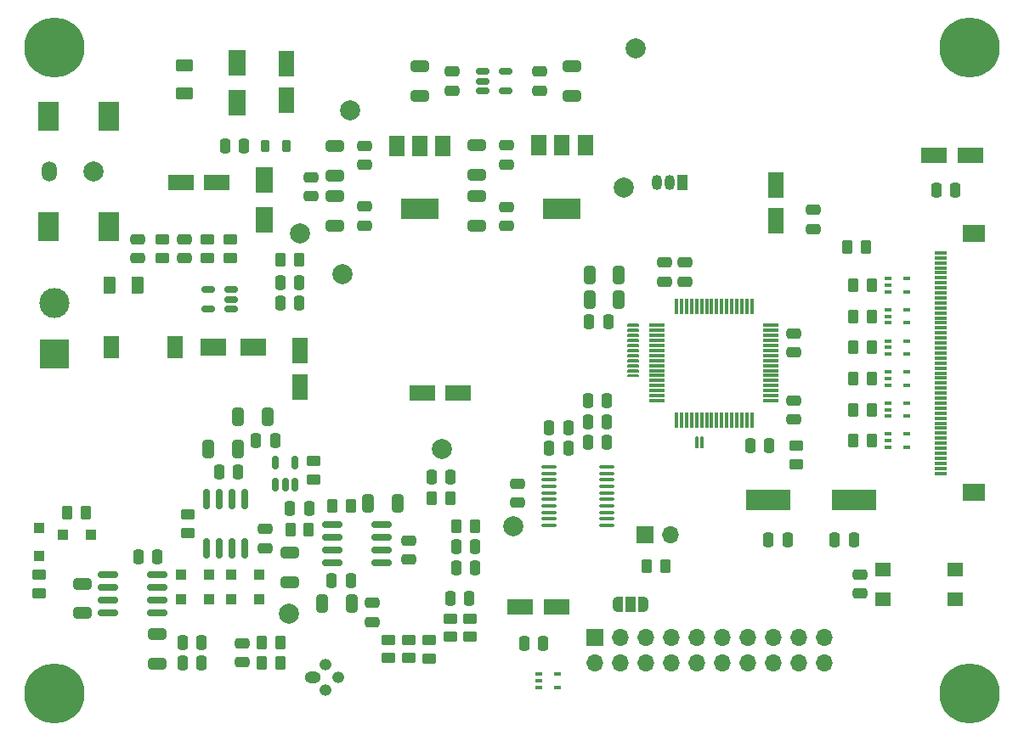
<source format=gbr>
%TF.GenerationSoftware,KiCad,Pcbnew,(6.0.8)*%
%TF.CreationDate,2023-04-21T14:35:49+02:00*%
%TF.ProjectId,Thermometer_IR_v2,54686572-6d6f-46d6-9574-65725f49525f,rev?*%
%TF.SameCoordinates,Original*%
%TF.FileFunction,Soldermask,Top*%
%TF.FilePolarity,Negative*%
%FSLAX46Y46*%
G04 Gerber Fmt 4.6, Leading zero omitted, Abs format (unit mm)*
G04 Created by KiCad (PCBNEW (6.0.8)) date 2023-04-21 14:35:49*
%MOMM*%
%LPD*%
G01*
G04 APERTURE LIST*
G04 Aperture macros list*
%AMRoundRect*
0 Rectangle with rounded corners*
0 $1 Rounding radius*
0 $2 $3 $4 $5 $6 $7 $8 $9 X,Y pos of 4 corners*
0 Add a 4 corners polygon primitive as box body*
4,1,4,$2,$3,$4,$5,$6,$7,$8,$9,$2,$3,0*
0 Add four circle primitives for the rounded corners*
1,1,$1+$1,$2,$3*
1,1,$1+$1,$4,$5*
1,1,$1+$1,$6,$7*
1,1,$1+$1,$8,$9*
0 Add four rect primitives between the rounded corners*
20,1,$1+$1,$2,$3,$4,$5,0*
20,1,$1+$1,$4,$5,$6,$7,0*
20,1,$1+$1,$6,$7,$8,$9,0*
20,1,$1+$1,$8,$9,$2,$3,0*%
%AMFreePoly0*
4,1,22,0.550000,-0.750000,0.000000,-0.750000,0.000000,-0.745033,-0.079941,-0.743568,-0.215256,-0.701293,-0.333266,-0.622738,-0.424486,-0.514219,-0.481581,-0.384460,-0.499164,-0.250000,-0.500000,-0.250000,-0.500000,0.250000,-0.499164,0.250000,-0.499963,0.256109,-0.478152,0.396186,-0.417904,0.524511,-0.324060,0.630769,-0.204165,0.706417,-0.067858,0.745374,0.000000,0.744959,0.000000,0.750000,
0.550000,0.750000,0.550000,-0.750000,0.550000,-0.750000,$1*%
%AMFreePoly1*
4,1,20,0.000000,0.744959,0.073905,0.744508,0.209726,0.703889,0.328688,0.626782,0.421226,0.519385,0.479903,0.390333,0.500000,0.250000,0.500000,-0.250000,0.499851,-0.262216,0.476331,-0.402017,0.414519,-0.529596,0.319384,-0.634700,0.198574,-0.708877,0.061801,-0.746166,0.000000,-0.745033,0.000000,-0.750000,-0.550000,-0.750000,-0.550000,0.750000,0.000000,0.750000,0.000000,0.744959,
0.000000,0.744959,$1*%
G04 Aperture macros list end*
%ADD10C,0.150000*%
%ADD11RoundRect,0.250000X0.450000X-0.262500X0.450000X0.262500X-0.450000X0.262500X-0.450000X-0.262500X0*%
%ADD12RoundRect,0.250000X-0.250000X-0.475000X0.250000X-0.475000X0.250000X0.475000X-0.250000X0.475000X0*%
%ADD13RoundRect,0.250000X-0.650000X0.325000X-0.650000X-0.325000X0.650000X-0.325000X0.650000X0.325000X0*%
%ADD14RoundRect,0.250000X0.262500X0.450000X-0.262500X0.450000X-0.262500X-0.450000X0.262500X-0.450000X0*%
%ADD15RoundRect,0.250000X-0.475000X0.250000X-0.475000X-0.250000X0.475000X-0.250000X0.475000X0.250000X0*%
%ADD16RoundRect,0.218750X-0.218750X-0.381250X0.218750X-0.381250X0.218750X0.381250X-0.218750X0.381250X0*%
%ADD17RoundRect,0.250000X-0.375000X-0.625000X0.375000X-0.625000X0.375000X0.625000X-0.375000X0.625000X0*%
%ADD18RoundRect,0.250000X0.250000X0.475000X-0.250000X0.475000X-0.250000X-0.475000X0.250000X-0.475000X0*%
%ADD19R,1.700000X1.700000*%
%ADD20O,1.700000X1.700000*%
%ADD21RoundRect,0.250000X-0.450000X0.262500X-0.450000X-0.262500X0.450000X-0.262500X0.450000X0.262500X0*%
%ADD22R,0.650000X0.400000*%
%ADD23RoundRect,0.250000X0.325000X0.650000X-0.325000X0.650000X-0.325000X-0.650000X0.325000X-0.650000X0*%
%ADD24RoundRect,0.250000X0.475000X-0.250000X0.475000X0.250000X-0.475000X0.250000X-0.475000X-0.250000X0*%
%ADD25RoundRect,0.150000X-0.825000X-0.150000X0.825000X-0.150000X0.825000X0.150000X-0.825000X0.150000X0*%
%ADD26RoundRect,0.250000X-0.262500X-0.450000X0.262500X-0.450000X0.262500X0.450000X-0.262500X0.450000X0*%
%ADD27RoundRect,0.250000X0.550000X-1.050000X0.550000X1.050000X-0.550000X1.050000X-0.550000X-1.050000X0*%
%ADD28RoundRect,0.250000X1.050000X0.550000X-1.050000X0.550000X-1.050000X-0.550000X1.050000X-0.550000X0*%
%ADD29RoundRect,0.250000X0.650000X-0.325000X0.650000X0.325000X-0.650000X0.325000X-0.650000X-0.325000X0*%
%ADD30RoundRect,0.150000X0.150000X-0.512500X0.150000X0.512500X-0.150000X0.512500X-0.150000X-0.512500X0*%
%ADD31RoundRect,0.250000X0.625000X-0.375000X0.625000X0.375000X-0.625000X0.375000X-0.625000X-0.375000X0*%
%ADD32R,1.100000X1.100000*%
%ADD33C,0.800000*%
%ADD34C,6.000000*%
%ADD35RoundRect,0.075000X0.700000X0.075000X-0.700000X0.075000X-0.700000X-0.075000X0.700000X-0.075000X0*%
%ADD36RoundRect,0.075000X0.075000X0.700000X-0.075000X0.700000X-0.075000X-0.700000X0.075000X-0.700000X0*%
%ADD37C,2.000000*%
%ADD38O,1.600000X1.200000*%
%ADD39O,1.200000X1.200000*%
%ADD40R,4.500000X2.000000*%
%ADD41R,1.600000X1.400000*%
%ADD42R,3.000000X3.000000*%
%ADD43C,3.000000*%
%ADD44R,1.800000X2.500000*%
%ADD45RoundRect,0.100000X-0.637500X-0.100000X0.637500X-0.100000X0.637500X0.100000X-0.637500X0.100000X0*%
%ADD46RoundRect,0.150000X0.512500X0.150000X-0.512500X0.150000X-0.512500X-0.150000X0.512500X-0.150000X0*%
%ADD47RoundRect,0.150000X-0.512500X-0.150000X0.512500X-0.150000X0.512500X0.150000X-0.512500X0.150000X0*%
%ADD48R,1.050000X1.500000*%
%ADD49O,1.050000X1.500000*%
%ADD50R,1.500000X2.000000*%
%ADD51R,3.800000X2.000000*%
%ADD52RoundRect,0.250000X-1.050000X-0.550000X1.050000X-0.550000X1.050000X0.550000X-1.050000X0.550000X0*%
%ADD53R,1.300000X0.300000*%
%ADD54R,2.200000X1.800000*%
%ADD55RoundRect,0.150000X0.150000X-0.825000X0.150000X0.825000X-0.150000X0.825000X-0.150000X-0.825000X0*%
%ADD56FreePoly0,180.000000*%
%ADD57R,1.000000X1.500000*%
%ADD58FreePoly1,180.000000*%
%ADD59O,1.500000X2.000000*%
%ADD60R,2.000000X3.000000*%
%ADD61R,2.500000X1.800000*%
%ADD62RoundRect,0.250000X-0.325000X-0.650000X0.325000X-0.650000X0.325000X0.650000X-0.325000X0.650000X0*%
%ADD63R,1.500000X2.200000*%
G04 APERTURE END LIST*
D10*
G36*
X181030000Y-90790000D02*
G01*
X180870000Y-90790000D01*
X180870000Y-89760000D01*
X181030000Y-89760000D01*
X181030000Y-90790000D01*
G37*
X181030000Y-90790000D02*
X180870000Y-90790000D01*
X180870000Y-89760000D01*
X181030000Y-89760000D01*
X181030000Y-90790000D01*
G36*
X175130000Y-79190000D02*
G01*
X174100000Y-79190000D01*
X174100000Y-79030000D01*
X175130000Y-79030000D01*
X175130000Y-79190000D01*
G37*
X175130000Y-79190000D02*
X174100000Y-79190000D01*
X174100000Y-79030000D01*
X175130000Y-79030000D01*
X175130000Y-79190000D01*
G36*
X175130000Y-78680000D02*
G01*
X174100000Y-78680000D01*
X174100000Y-78520000D01*
X175130000Y-78520000D01*
X175130000Y-78680000D01*
G37*
X175130000Y-78680000D02*
X174100000Y-78680000D01*
X174100000Y-78520000D01*
X175130000Y-78520000D01*
X175130000Y-78680000D01*
G36*
X175130000Y-83190000D02*
G01*
X174100000Y-83190000D01*
X174100000Y-83030000D01*
X175130000Y-83030000D01*
X175130000Y-83190000D01*
G37*
X175130000Y-83190000D02*
X174100000Y-83190000D01*
X174100000Y-83030000D01*
X175130000Y-83030000D01*
X175130000Y-83190000D01*
G36*
X175130000Y-81180000D02*
G01*
X174100000Y-81180000D01*
X174100000Y-81020000D01*
X175130000Y-81020000D01*
X175130000Y-81180000D01*
G37*
X175130000Y-81180000D02*
X174100000Y-81180000D01*
X174100000Y-81020000D01*
X175130000Y-81020000D01*
X175130000Y-81180000D01*
G36*
X175130000Y-83690000D02*
G01*
X174100000Y-83690000D01*
X174100000Y-83530000D01*
X175130000Y-83530000D01*
X175130000Y-83690000D01*
G37*
X175130000Y-83690000D02*
X174100000Y-83690000D01*
X174100000Y-83530000D01*
X175130000Y-83530000D01*
X175130000Y-83690000D01*
G36*
X175130000Y-80190000D02*
G01*
X174100000Y-80190000D01*
X174100000Y-80030000D01*
X175130000Y-80030000D01*
X175130000Y-80190000D01*
G37*
X175130000Y-80190000D02*
X174100000Y-80190000D01*
X174100000Y-80030000D01*
X175130000Y-80030000D01*
X175130000Y-80190000D01*
G36*
X175130000Y-82190000D02*
G01*
X174100000Y-82190000D01*
X174100000Y-82030000D01*
X175130000Y-82030000D01*
X175130000Y-82190000D01*
G37*
X175130000Y-82190000D02*
X174100000Y-82190000D01*
X174100000Y-82030000D01*
X175130000Y-82030000D01*
X175130000Y-82190000D01*
G36*
X175130000Y-81680000D02*
G01*
X174100000Y-81680000D01*
X174100000Y-81520000D01*
X175130000Y-81520000D01*
X175130000Y-81680000D01*
G37*
X175130000Y-81680000D02*
X174100000Y-81680000D01*
X174100000Y-81520000D01*
X175130000Y-81520000D01*
X175130000Y-81680000D01*
G36*
X175130000Y-80690000D02*
G01*
X174100000Y-80690000D01*
X174100000Y-80530000D01*
X175130000Y-80530000D01*
X175130000Y-80690000D01*
G37*
X175130000Y-80690000D02*
X174100000Y-80690000D01*
X174100000Y-80530000D01*
X175130000Y-80530000D01*
X175130000Y-80690000D01*
G36*
X175130000Y-82690000D02*
G01*
X174100000Y-82690000D01*
X174100000Y-82530000D01*
X175130000Y-82530000D01*
X175130000Y-82690000D01*
G37*
X175130000Y-82690000D02*
X174100000Y-82690000D01*
X174100000Y-82530000D01*
X175130000Y-82530000D01*
X175130000Y-82690000D01*
G36*
X175130000Y-79690000D02*
G01*
X174100000Y-79690000D01*
X174100000Y-79530000D01*
X175130000Y-79530000D01*
X175130000Y-79690000D01*
G37*
X175130000Y-79690000D02*
X174100000Y-79690000D01*
X174100000Y-79530000D01*
X175130000Y-79530000D01*
X175130000Y-79690000D01*
G36*
X181540000Y-90790000D02*
G01*
X181380000Y-90790000D01*
X181380000Y-89760000D01*
X181540000Y-89760000D01*
X181540000Y-90790000D01*
G37*
X181540000Y-90790000D02*
X181380000Y-90790000D01*
X181380000Y-89760000D01*
X181540000Y-89760000D01*
X181540000Y-90790000D01*
D11*
%TO.C,R30*%
X127700000Y-71862500D03*
X127700000Y-70037500D03*
%TD*%
D12*
%TO.C,C30*%
X157000000Y-102750000D03*
X158900000Y-102750000D03*
%TD*%
D13*
%TO.C,C28*%
X140450000Y-101266350D03*
X140450000Y-104216350D03*
%TD*%
D14*
%TO.C,R5*%
X139462500Y-110250000D03*
X137637500Y-110250000D03*
%TD*%
D11*
%TO.C,R13*%
X158400000Y-109662500D03*
X158400000Y-107837500D03*
%TD*%
D15*
%TO.C,C27*%
X137919400Y-98923761D03*
X137919400Y-100823761D03*
%TD*%
D12*
%TO.C,C20*%
X137050000Y-90100000D03*
X138950000Y-90100000D03*
%TD*%
D16*
%TO.C,FB1*%
X137947100Y-60712664D03*
X140072100Y-60712664D03*
%TD*%
D17*
%TO.C,F2*%
X122496412Y-74600000D03*
X125296412Y-74600000D03*
%TD*%
D18*
%TO.C,C7*%
X196600000Y-99997764D03*
X194700000Y-99997764D03*
%TD*%
D19*
%TO.C,J2*%
X170800000Y-109735264D03*
D20*
X170800000Y-112275264D03*
X173340000Y-109735264D03*
X173340000Y-112275264D03*
X175880000Y-109735264D03*
X175880000Y-112275264D03*
X178420000Y-109735264D03*
X178420000Y-112275264D03*
X180960000Y-109735264D03*
X180960000Y-112275264D03*
X183500000Y-109735264D03*
X183500000Y-112275264D03*
X186040000Y-109735264D03*
X186040000Y-112275264D03*
X188580000Y-109735264D03*
X188580000Y-112275264D03*
X191120000Y-109735264D03*
X191120000Y-112275264D03*
X193660000Y-109735264D03*
X193660000Y-112275264D03*
%TD*%
D14*
%TO.C,R4*%
X139462500Y-112250264D03*
X137637500Y-112250264D03*
%TD*%
D21*
%TO.C,R12*%
X154335856Y-109987500D03*
X154335856Y-111812500D03*
%TD*%
D22*
%TO.C,U19*%
X165200000Y-113400000D03*
X165200000Y-114050000D03*
X165200000Y-114700000D03*
X167100000Y-114700000D03*
X167100000Y-113400000D03*
%TD*%
D15*
%TO.C,C33*%
X163112500Y-94385264D03*
X163112500Y-96285264D03*
%TD*%
D23*
%TO.C,C48*%
X151175000Y-96375000D03*
X148225000Y-96375000D03*
%TD*%
D24*
%TO.C,C71*%
X129950000Y-71900000D03*
X129950000Y-70000000D03*
%TD*%
D25*
%TO.C,U10*%
X122300000Y-103480000D03*
X122300000Y-104750000D03*
X122300000Y-106020000D03*
X122300000Y-107290000D03*
X127250000Y-107290000D03*
X127250000Y-106020000D03*
X127250000Y-104750000D03*
X127250000Y-103480000D03*
%TD*%
D14*
%TO.C,R28*%
X120062500Y-97250000D03*
X118237500Y-97250000D03*
%TD*%
D26*
%TO.C,R2*%
X176012500Y-102600000D03*
X177837500Y-102600000D03*
%TD*%
D21*
%TO.C,R9*%
X152285856Y-109967500D03*
X152285856Y-111792500D03*
%TD*%
D27*
%TO.C,C65*%
X188875000Y-68200264D03*
X188875000Y-64600264D03*
%TD*%
D26*
%TO.C,R22*%
X196575000Y-74603887D03*
X198400000Y-74603887D03*
%TD*%
D28*
%TO.C,C63*%
X208200000Y-61600264D03*
X204600000Y-61600264D03*
%TD*%
D24*
%TO.C,C22*%
X135700000Y-112200000D03*
X135700000Y-110300000D03*
%TD*%
D12*
%TO.C,C14*%
X186300000Y-90610264D03*
X188200000Y-90610264D03*
%TD*%
D29*
%TO.C,C61*%
X127250000Y-112325000D03*
X127250000Y-109375000D03*
%TD*%
D24*
%TO.C,C43*%
X125300000Y-71910264D03*
X125300000Y-70010264D03*
%TD*%
D30*
%TO.C,U4*%
X139019400Y-94523761D03*
X139969400Y-94523761D03*
X140919400Y-94523761D03*
X140919400Y-92248761D03*
X139019400Y-92248761D03*
%TD*%
D31*
%TO.C,F1*%
X129894374Y-55450000D03*
X129894374Y-52650000D03*
%TD*%
D18*
%TO.C,C17*%
X172000000Y-86110264D03*
X170100000Y-86110264D03*
%TD*%
D15*
%TO.C,C16*%
X190600000Y-79400264D03*
X190600000Y-81300264D03*
%TD*%
D32*
%TO.C,D8*%
X117800000Y-99450000D03*
X120600000Y-99450000D03*
%TD*%
D33*
%TO.C,H2*%
X115384010Y-49309010D03*
X116975000Y-48650000D03*
X118565990Y-52490990D03*
X116975000Y-53150000D03*
X115384010Y-52490990D03*
X114725000Y-50900000D03*
X119225000Y-50900000D03*
D34*
X116975000Y-50900000D03*
D33*
X118565990Y-49309010D03*
%TD*%
D11*
%TO.C,R19*%
X132200000Y-71872764D03*
X132200000Y-70047764D03*
%TD*%
D18*
%TO.C,C24*%
X142337500Y-96841350D03*
X140437500Y-96841350D03*
%TD*%
D11*
%TO.C,R20*%
X134500000Y-71872764D03*
X134500000Y-70047764D03*
%TD*%
D35*
%TO.C,U1*%
X188375000Y-86110264D03*
X188375000Y-85610264D03*
X188375000Y-85110264D03*
X188375000Y-84610264D03*
X188375000Y-84110264D03*
X188375000Y-83610264D03*
X188375000Y-83110264D03*
X188375000Y-82610264D03*
X188375000Y-82110264D03*
X188375000Y-81610264D03*
X188375000Y-81110264D03*
X188375000Y-80610264D03*
X188375000Y-80110264D03*
X188375000Y-79610264D03*
X188375000Y-79110264D03*
X188375000Y-78610264D03*
D36*
X186450000Y-76685264D03*
X185950000Y-76685264D03*
X185450000Y-76685264D03*
X184950000Y-76685264D03*
X184450000Y-76685264D03*
X183950000Y-76685264D03*
X183450000Y-76685264D03*
X182950000Y-76685264D03*
X182450000Y-76685264D03*
X181950000Y-76685264D03*
X181450000Y-76685264D03*
X180950000Y-76685264D03*
X180450000Y-76685264D03*
X179950000Y-76685264D03*
X179450000Y-76685264D03*
X178950000Y-76685264D03*
D35*
X177025000Y-78610264D03*
X177025000Y-79110264D03*
X177025000Y-79610264D03*
X177025000Y-80110264D03*
X177025000Y-80610264D03*
X177025000Y-81110264D03*
X177025000Y-81610264D03*
X177025000Y-82110264D03*
X177025000Y-82610264D03*
X177025000Y-83110264D03*
X177025000Y-83610264D03*
X177025000Y-84110264D03*
X177025000Y-84610264D03*
X177025000Y-85110264D03*
X177025000Y-85610264D03*
X177025000Y-86110264D03*
D36*
X178950000Y-88035264D03*
X179450000Y-88035264D03*
X179950000Y-88035264D03*
X180450000Y-88035264D03*
X180950000Y-88035264D03*
X181450000Y-88035264D03*
X181950000Y-88035264D03*
X182450000Y-88035264D03*
X182950000Y-88035264D03*
X183450000Y-88035264D03*
X183950000Y-88035264D03*
X184450000Y-88035264D03*
X184950000Y-88035264D03*
X185450000Y-88035264D03*
X185950000Y-88035264D03*
X186450000Y-88035264D03*
%TD*%
D22*
%TO.C,U12*%
X200025000Y-77050000D03*
X200025000Y-77700000D03*
X200025000Y-78350000D03*
X201925000Y-78350000D03*
X201925000Y-77050000D03*
%TD*%
D26*
%TO.C,R16*%
X144662500Y-96575000D03*
X146487500Y-96575000D03*
%TD*%
D37*
%TO.C,TP4*%
X146400000Y-57160264D03*
%TD*%
D24*
%TO.C,C15*%
X177750000Y-74225000D03*
X177750000Y-72325000D03*
%TD*%
D29*
%TO.C,C62*%
X168500000Y-55715264D03*
X168500000Y-52765264D03*
%TD*%
D38*
%TO.C,U3*%
X142699586Y-113724965D03*
D39*
X143969586Y-114994965D03*
X145239586Y-113724965D03*
X143969586Y-112454965D03*
%TD*%
D12*
%TO.C,C35*%
X166250000Y-90860264D03*
X168150000Y-90860264D03*
%TD*%
D40*
%TO.C,Y1*%
X188100000Y-96047764D03*
X196600000Y-96047764D03*
%TD*%
D22*
%TO.C,U15*%
X200021000Y-83250000D03*
X200021000Y-83900000D03*
X200021000Y-84550000D03*
X201921000Y-84550000D03*
X201921000Y-83250000D03*
%TD*%
D21*
%TO.C,R1*%
X190875000Y-90637764D03*
X190875000Y-92462764D03*
%TD*%
D18*
%TO.C,C23*%
X131650000Y-110200000D03*
X129750000Y-110200000D03*
%TD*%
D41*
%TO.C,SW3*%
X206725000Y-105925264D03*
X199525000Y-105925264D03*
X206725000Y-102925264D03*
X199525000Y-102925264D03*
%TD*%
D18*
%TO.C,C64*%
X206750000Y-65150264D03*
X204850000Y-65150264D03*
%TD*%
%TO.C,C26*%
X135250000Y-93200000D03*
X133350000Y-93200000D03*
%TD*%
D15*
%TO.C,C32*%
X148600000Y-106300000D03*
X148600000Y-108200000D03*
%TD*%
D12*
%TO.C,C29*%
X154550000Y-93710264D03*
X156450000Y-93710264D03*
%TD*%
D15*
%TO.C,C47*%
X142500000Y-63810264D03*
X142500000Y-65710264D03*
%TD*%
D18*
%TO.C,C55*%
X141362500Y-76410264D03*
X139462500Y-76410264D03*
%TD*%
D12*
%TO.C,C37*%
X170100000Y-88210264D03*
X172000000Y-88210264D03*
%TD*%
D42*
%TO.C,J4*%
X117000000Y-81490000D03*
D43*
X117000000Y-76410000D03*
%TD*%
D19*
%TO.C,J3*%
X175775000Y-99450264D03*
D20*
X178315000Y-99450264D03*
%TD*%
D23*
%TO.C,C19*%
X138200000Y-87750000D03*
X135250000Y-87750000D03*
%TD*%
D44*
%TO.C,D5*%
X135160000Y-56396251D03*
X135160000Y-52396251D03*
%TD*%
D15*
%TO.C,C51*%
X162047400Y-60661864D03*
X162047400Y-62561864D03*
%TD*%
D28*
%TO.C,C45*%
X133150000Y-64360264D03*
X129550000Y-64360264D03*
%TD*%
D45*
%TO.C,U6*%
X166250000Y-92710264D03*
X166250000Y-93360264D03*
X166250000Y-94010264D03*
X166250000Y-94660264D03*
X166250000Y-95310264D03*
X166250000Y-95960264D03*
X166250000Y-96610264D03*
X166250000Y-97260264D03*
X166250000Y-97910264D03*
X166250000Y-98560264D03*
X171975000Y-98560264D03*
X171975000Y-97910264D03*
X171975000Y-97260264D03*
X171975000Y-96610264D03*
X171975000Y-95960264D03*
X171975000Y-95310264D03*
X171975000Y-94660264D03*
X171975000Y-94010264D03*
X171975000Y-93360264D03*
X171975000Y-92710264D03*
%TD*%
D37*
%TO.C,TP8*%
X174875000Y-50950000D03*
%TD*%
D18*
%TO.C,C57*%
X127250000Y-101690000D03*
X125350000Y-101690000D03*
%TD*%
%TO.C,C13*%
X172150000Y-78275000D03*
X170250000Y-78275000D03*
%TD*%
D13*
%TO.C,C59*%
X119775000Y-104360000D03*
X119775000Y-107310000D03*
%TD*%
D32*
%TO.C,D1*%
X129550000Y-105950000D03*
X132350000Y-105950000D03*
%TD*%
D26*
%TO.C,R24*%
X196575000Y-83900000D03*
X198400000Y-83900000D03*
%TD*%
D24*
%TO.C,C52*%
X162047400Y-68688264D03*
X162047400Y-66788264D03*
%TD*%
D26*
%TO.C,R11*%
X154587500Y-95860264D03*
X156412500Y-95860264D03*
%TD*%
D23*
%TO.C,C69*%
X146575000Y-106375000D03*
X143625000Y-106375000D03*
%TD*%
D13*
%TO.C,C50*%
X159050200Y-60661864D03*
X159050200Y-63611864D03*
%TD*%
D46*
%TO.C,U8*%
X134587500Y-76950000D03*
X134587500Y-76000000D03*
X134587500Y-75050000D03*
X132312500Y-75050000D03*
X132312500Y-76950000D03*
%TD*%
D18*
%TO.C,C31*%
X158300000Y-105850000D03*
X156400000Y-105850000D03*
%TD*%
D11*
%TO.C,R8*%
X130239000Y-99286261D03*
X130239000Y-97461261D03*
%TD*%
D15*
%TO.C,C41*%
X147848800Y-60710864D03*
X147848800Y-62610864D03*
%TD*%
D23*
%TO.C,C12*%
X173225000Y-76025000D03*
X170275000Y-76025000D03*
%TD*%
D28*
%TO.C,C1*%
X167000000Y-106700000D03*
X163400000Y-106700000D03*
%TD*%
D24*
%TO.C,C10*%
X179800000Y-74225000D03*
X179800000Y-72325000D03*
%TD*%
D29*
%TO.C,C44*%
X144900000Y-68662064D03*
X144900000Y-65712064D03*
%TD*%
D22*
%TO.C,U16*%
X200021000Y-89450000D03*
X200021000Y-90100000D03*
X200021000Y-90750000D03*
X201921000Y-90750000D03*
X201921000Y-89450000D03*
%TD*%
D37*
%TO.C,TP2*%
X162700000Y-98650000D03*
%TD*%
D32*
%TO.C,D2*%
X134600000Y-105900000D03*
X137400000Y-105900000D03*
%TD*%
%TO.C,D3*%
X129550000Y-103500000D03*
X132350000Y-103500000D03*
%TD*%
D24*
%TO.C,C6*%
X197250000Y-105325264D03*
X197250000Y-103425264D03*
%TD*%
D26*
%TO.C,R25*%
X196575000Y-90100000D03*
X198400000Y-90100000D03*
%TD*%
D37*
%TO.C,TP3*%
X145700000Y-73500264D03*
%TD*%
D11*
%TO.C,R29*%
X115400000Y-105312500D03*
X115400000Y-103487500D03*
%TD*%
%TO.C,R14*%
X156400000Y-109662500D03*
X156400000Y-107837500D03*
%TD*%
D12*
%TO.C,C21*%
X129750000Y-112300000D03*
X131650000Y-112300000D03*
%TD*%
D47*
%TO.C,U11*%
X159651393Y-53290264D03*
X159651393Y-54240264D03*
X159651393Y-55190264D03*
X161926393Y-55190264D03*
X161926393Y-53290264D03*
%TD*%
D26*
%TO.C,R26*%
X196575000Y-87000000D03*
X198400000Y-87000000D03*
%TD*%
%TO.C,R23*%
X196575000Y-80800000D03*
X198400000Y-80800000D03*
%TD*%
D48*
%TO.C,U2*%
X179545000Y-64390000D03*
D49*
X178275000Y-64390000D03*
X177005000Y-64390000D03*
%TD*%
D50*
%TO.C,U9*%
X169847800Y-60636464D03*
X167547800Y-60636464D03*
X165247800Y-60636464D03*
D51*
X167547800Y-66936464D03*
%TD*%
D14*
%TO.C,R27*%
X197800000Y-70800264D03*
X195975000Y-70800264D03*
%TD*%
D13*
%TO.C,C40*%
X144902400Y-60710864D03*
X144902400Y-63660864D03*
%TD*%
D12*
%TO.C,C38*%
X170100000Y-90260264D03*
X172000000Y-90260264D03*
%TD*%
D11*
%TO.C,R10*%
X150242928Y-111792500D03*
X150242928Y-109967500D03*
%TD*%
D37*
%TO.C,TP6*%
X173725000Y-64900000D03*
%TD*%
%TO.C,TP5*%
X141400000Y-69450264D03*
%TD*%
%TO.C,TP7*%
X140300000Y-107400000D03*
%TD*%
D26*
%TO.C,R21*%
X196575000Y-77700000D03*
X198400000Y-77700000D03*
%TD*%
D24*
%TO.C,C42*%
X147850000Y-68660264D03*
X147850000Y-66760264D03*
%TD*%
D15*
%TO.C,C18*%
X190600000Y-86110264D03*
X190600000Y-88010264D03*
%TD*%
D26*
%TO.C,R17*%
X157037500Y-98650000D03*
X158862500Y-98650000D03*
%TD*%
D22*
%TO.C,U13*%
X200025000Y-73950000D03*
X200025000Y-74600000D03*
X200025000Y-75250000D03*
X201925000Y-75250000D03*
X201925000Y-73950000D03*
%TD*%
D32*
%TO.C,D10*%
X115400000Y-98800000D03*
X115400000Y-101600000D03*
%TD*%
D18*
%TO.C,C70*%
X158900000Y-100700000D03*
X157000000Y-100700000D03*
%TD*%
D22*
%TO.C,U14*%
X200025000Y-80150000D03*
X200025000Y-80800000D03*
X200025000Y-81450000D03*
X201925000Y-81450000D03*
X201925000Y-80150000D03*
%TD*%
D27*
%TO.C,C39*%
X141400000Y-84750264D03*
X141400000Y-81150264D03*
%TD*%
D52*
%TO.C,C36*%
X153586667Y-85336010D03*
X157186667Y-85336010D03*
%TD*%
D22*
%TO.C,U17*%
X200025000Y-86350000D03*
X200025000Y-87000000D03*
X200025000Y-87650000D03*
X201925000Y-87650000D03*
X201925000Y-86350000D03*
%TD*%
D18*
%TO.C,C2*%
X165650000Y-110350000D03*
X163750000Y-110350000D03*
%TD*%
D27*
%TO.C,C49*%
X140076400Y-56111864D03*
X140076400Y-52511864D03*
%TD*%
D53*
%TO.C,J5*%
X205300000Y-71360264D03*
X205300000Y-71860264D03*
X205300000Y-72360264D03*
X205300000Y-72860264D03*
X205300000Y-73360264D03*
X205300000Y-73860264D03*
X205300000Y-74360264D03*
X205300000Y-74860264D03*
X205300000Y-75360264D03*
X205300000Y-75860264D03*
X205300000Y-76360264D03*
X205300000Y-76860264D03*
X205300000Y-77360264D03*
X205300000Y-77860264D03*
X205300000Y-78360264D03*
X205300000Y-78860264D03*
X205300000Y-79360264D03*
X205300000Y-79860264D03*
X205300000Y-80360264D03*
X205300000Y-80860264D03*
X205300000Y-81360264D03*
X205300000Y-81860264D03*
X205300000Y-82360264D03*
X205300000Y-82860264D03*
X205300000Y-83360264D03*
X205300000Y-83860264D03*
X205300000Y-84360264D03*
X205300000Y-84860264D03*
X205300000Y-85360264D03*
X205300000Y-85860264D03*
X205300000Y-86360264D03*
X205300000Y-86860264D03*
X205300000Y-87360264D03*
X205300000Y-87860264D03*
X205300000Y-88360264D03*
X205300000Y-88860264D03*
X205300000Y-89360264D03*
X205300000Y-89860264D03*
X205300000Y-90360264D03*
X205300000Y-90860264D03*
X205300000Y-91360264D03*
X205300000Y-91860264D03*
X205300000Y-92360264D03*
X205300000Y-92860264D03*
X205300000Y-93360264D03*
D54*
X208550000Y-95260264D03*
X208550000Y-69460264D03*
%TD*%
D23*
%TO.C,C11*%
X173225000Y-73575000D03*
X170275000Y-73575000D03*
%TD*%
D24*
%TO.C,C66*%
X192575000Y-69000264D03*
X192575000Y-67100264D03*
%TD*%
D18*
%TO.C,C46*%
X135844800Y-60712664D03*
X133944800Y-60712664D03*
%TD*%
D12*
%TO.C,C3*%
X188100000Y-99997764D03*
X190000000Y-99997764D03*
%TD*%
D24*
%TO.C,C60*%
X165274200Y-55190264D03*
X165274200Y-53290264D03*
%TD*%
D55*
%TO.C,U5*%
X132114400Y-100848761D03*
X133384400Y-100848761D03*
X134654400Y-100848761D03*
X135924400Y-100848761D03*
X135924400Y-95898761D03*
X134654400Y-95898761D03*
X133384400Y-95898761D03*
X132114400Y-95898761D03*
%TD*%
D37*
%TO.C,TP1*%
X155550000Y-90960264D03*
%TD*%
D29*
%TO.C,C54*%
X159050200Y-68688264D03*
X159050200Y-65738264D03*
%TD*%
D24*
%TO.C,C67*%
X152300000Y-101975000D03*
X152300000Y-100075000D03*
%TD*%
D44*
%TO.C,D7*%
X137900000Y-64060264D03*
X137900000Y-68060264D03*
%TD*%
D21*
%TO.C,R6*%
X142819400Y-92123761D03*
X142819400Y-93948761D03*
%TD*%
D56*
%TO.C,SW4*%
X175668618Y-106463028D03*
D57*
X174368618Y-106463028D03*
D58*
X173068618Y-106463028D03*
%TD*%
D12*
%TO.C,C34*%
X166250000Y-88810264D03*
X168150000Y-88810264D03*
%TD*%
D50*
%TO.C,U7*%
X155674600Y-60712664D03*
X153374600Y-60712664D03*
X151074600Y-60712664D03*
D51*
X153374600Y-67012664D03*
%TD*%
D18*
%TO.C,C53*%
X141362500Y-74310264D03*
X139462500Y-74310264D03*
%TD*%
D14*
%TO.C,R18*%
X141312500Y-72060264D03*
X139487500Y-72060264D03*
%TD*%
D29*
%TO.C,C56*%
X153346693Y-55715264D03*
X153346693Y-52765264D03*
%TD*%
D14*
%TO.C,R7*%
X142300000Y-98941350D03*
X140475000Y-98941350D03*
%TD*%
D24*
%TO.C,C58*%
X156597893Y-55190264D03*
X156597893Y-53290264D03*
%TD*%
D25*
%TO.C,U18*%
X144625000Y-98445000D03*
X144625000Y-99715000D03*
X144625000Y-100985000D03*
X144625000Y-102255000D03*
X149575000Y-102255000D03*
X149575000Y-100985000D03*
X149575000Y-99715000D03*
X149575000Y-98445000D03*
%TD*%
D37*
%TO.C,J1*%
X120846412Y-63288188D03*
D59*
X116446412Y-63288188D03*
D60*
X122346412Y-57788188D03*
X116346412Y-57788188D03*
X122346412Y-68788188D03*
X116346412Y-68788188D03*
%TD*%
D32*
%TO.C,D4*%
X134600000Y-103500000D03*
X137400000Y-103500000D03*
%TD*%
D18*
%TO.C,C68*%
X146500000Y-104100000D03*
X144600000Y-104100000D03*
%TD*%
D33*
%TO.C,H1*%
X208125000Y-117550000D03*
X209715990Y-113709010D03*
X208125000Y-113050000D03*
X206534010Y-116890990D03*
X205875000Y-115300000D03*
X210375000Y-115300000D03*
X206534010Y-113709010D03*
X209715990Y-116890990D03*
D34*
X208125000Y-115300000D03*
%TD*%
D61*
%TO.C,D9*%
X136800000Y-80760264D03*
X132800000Y-80760264D03*
%TD*%
D34*
%TO.C,H4*%
X116975000Y-115300000D03*
D33*
X119225000Y-115300000D03*
X116975000Y-113050000D03*
X114725000Y-115300000D03*
X115384010Y-116890990D03*
X116975000Y-117550000D03*
X115384010Y-113709010D03*
X118565990Y-113709010D03*
X118565990Y-116890990D03*
%TD*%
D62*
%TO.C,C25*%
X132300000Y-90950000D03*
X135250000Y-90950000D03*
%TD*%
D63*
%TO.C,L1*%
X122600000Y-80760264D03*
X129000000Y-80760264D03*
%TD*%
D33*
%TO.C,H3*%
X206534010Y-52490990D03*
X205875000Y-50900000D03*
X208125000Y-53150000D03*
D34*
X208125000Y-50900000D03*
D33*
X208125000Y-48650000D03*
X209715990Y-49309010D03*
X210375000Y-50900000D03*
X206534010Y-49309010D03*
X209715990Y-52490990D03*
%TD*%
M02*

</source>
